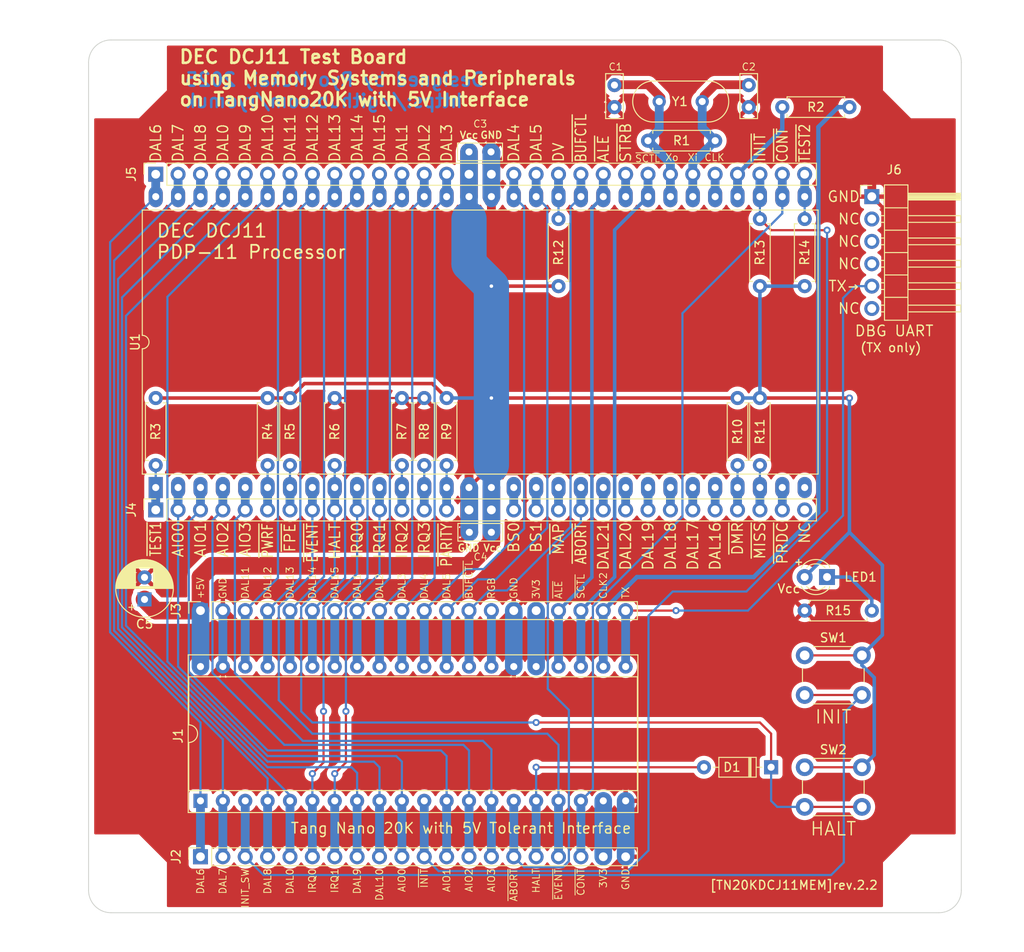
<source format=kicad_pcb>
(kicad_pcb (version 20240108) (generator "pcbnew") (generator_version "8.0")
  (layers (0 "F.Cu" signal) (31 "B.Cu" signal) (34 "B.Paste" user) (35 "F.Paste" user) (36 "B.SilkS" user "B.Silkscreen") (37 "F.SilkS" user "F.Silkscreen") (38 "B.Mask" user) (39 "F.Mask" user) (44 "Edge.Cuts" user))
  (net 0 "")
  (net 1 "GND")
  (net 2 "VCC")
  (net 3 "XTALO")
  (net 4 "XTALI")
  (net 5 "AIO3")
  (net 6 "DAL12")
  (net 7 "DAL14")
  (net 8 "DAL0")
  (net 9 "3V3a")
  (net 10 "DAL13")
  (net 11 "AIO0")
  (net 12 "CLK2_D")
  (net 13 "DAL4")
  (net 14 "AIO2")
  (net 15 "DAL15")
  (net 16 "SCTL_n")
  (net 17 "DAL11")
  (net 18 "DAL3")
  (net 20 "DAL6")
  (net 21 "LED_RGB")
  (net 22 "AIO1")
  (net 23 "DAL7")
  (net 24 "DAL5")
  (net 25 "DAL10")
  (net 28 "DAL9")
  (net 29 "DAL2")
  (net 31 "DAL1")
  (net 32 "ALE_n")
  (net 34 "DAL8")
  (net 35 "BUFCTL_n")
  (net 36 "FPE_n")
  (net 37 "PWRF_n")
  (net 38 "EVENT_n")
  (net 39 "IRQ1")
  (net 40 "BS0")
  (net 41 "HALT")
  (net 42 "DAL17")
  (net 43 "IRQ3")
  (net 44 "DMR_n")
  (net 45 "BS1")
  (net 46 "IRQ0")
  (net 47 "MAP_n")
  (net 48 "DAL16")
  (net 49 "PRDC_n")
  (net 50 "ABORT_n")
  (net 51 "DAL20")
  (net 52 "DAL19")
  (net 53 "TEST1_n")
  (net 54 "DAL21")
  (net 55 "DAL18")
  (net 56 "PARITY_n")
  (net 57 "MISS_n")
  (net 58 "IRQ2")
  (net 59 "Net-(LED1-K)")
  (net 60 "STRB_n")
  (net 61 "DV")
  (net 62 "INIT_n")
  (net 63 "CLK2")
  (net 64 "CLK")
  (net 65 "TEST2_n")
  (net 66 "HALT_DBG")
  (net 67 "INIT_SW")
  (net 69 "CONT_n")
  (net 70 "GPIO_TX")
  (net 71 "3V3b")
  (footprint "000_MyFootprint:MountingHole_3mm" (layer "F.Cu") (at 93.98 93.98)
    (property "Reference" "REF**")
    (property "Value" "MountingHole_3mm")
  )
  (footprint "000_MyFootprint:D_DO-35_SOD27_P7.62mm_Horizontal" (layer "F.Cu") (at 77.47 82.55 180)
    (property "Reference" "D1")
    (property "Value" "1N4148")
  )
  (footprint "000_MyFootprint:R_Axial_DIN0207_L6.3mm_D2.5mm_P7.62mm_Horizontal" (layer "F.Cu") (at 20.32 40.64 -90)
    (property "Reference" "R4")
    (property "Value" "10k")
  )
  (footprint "000_MyFootprint:SW_PUSH_6mm_H4.3mm" (layer "F.Cu") (at 81.28 69.85)
    (property "Reference" "SW1")
    (property "Value" "INIT")
  )
  (footprint "000_MyFootprint:R_Axial_DIN0207_L6.3mm_D2.5mm_P7.62mm_Horizontal" (layer "F.Cu") (at 40.64 40.64 -90)
    (property "Reference" "R9")
    (property "Value" "10k")
  )
  (footprint "000_MyFootprint:R_Axial_DIN0207_L6.3mm_D2.5mm_P7.62mm_Horizontal" (layer "F.Cu") (at 22.86 40.64 -90)
    (property "Reference" "R5")
    (property "Value" "10k")
  )
  (footprint "000_MyFootprint:PinSocket_1x30_P2.54mm_Vertical" (layer "F.Cu") (at 7.62 53.34 90)
    (property "Reference" "J4")
    (property "Value" "Conn_01x30")
  )
  (footprint "000_MyFootprint:R_Axial_DIN0207_L6.3mm_D2.5mm_P7.62mm_Horizontal" (layer "F.Cu") (at 76.2 40.64 -90)
    (property "Reference" "R11")
    (property "Value" "10k")
  )
  (footprint "000_MyFootprint:R_Axial_DIN0207_L6.3mm_D2.5mm_P7.62mm_Horizontal" (layer "F.Cu") (at 81.28 64.77)
    (property "Reference" "R15")
    (property "Value" "100k")
  )
  (footprint "000_MyFootprint:R_Axial_DIN0207_L6.3mm_D2.5mm_P7.62mm_Horizontal" (layer "F.Cu") (at 78.74 7.62)
    (property "Reference" "R2")
    (property "Value" "33")
  )
  (footprint "000_MyFootprint:R_Axial_DIN0207_L6.3mm_D2.5mm_P7.62mm_Horizontal" (layer "F.Cu") (at 53.34 27.94 90)
    (property "Reference" "R12")
    (property "Value" "10k")
  )
  (footprint "000_MyFootprint:PinHeader_1x06_P2.54mm_Horizontal" (layer "F.Cu") (at 88.9 17.78)
    (property "Reference" "J6")
    (property "Value" "DBG UART")
  )
  (footprint "000_MyFootprint:PinSocket_1x20_P2.54mm_Vertical" (layer "F.Cu") (at 12.7 64.77 90)
    (property "Reference" "J3")
    (property "Value" "Conn_01x20")
  )
  (footprint "000_MyFootprint:R_Axial_DIN0207_L6.3mm_D2.5mm_P7.62mm_Horizontal" (layer "F.Cu") (at 35.56 40.64 -90)
    (property "Reference" "R7")
    (property "Value" "10k")
  )
  (footprint "000_MyFootprint:Crystal_HC49-U_Vertical" (layer "F.Cu") (at 69.65 6.985 180)
    (property "Reference" "Y1")
    (property "Value" "18MHz")
  )
  (footprint "000_MyFootprint:LED_D3.0mm" (layer "F.Cu") (at 83.82 60.96 180)
    (property "Reference" "LED1")
    (property "Value" "LED")
  )
  (footprint "000_MyFootprint:C_Disc_D5.0mm_W2.5mm_P2.50mm" (layer "F.Cu") (at 59.69 7.62 90)
    (property "Reference" "C1")
    (property "Value" "68p")
  )
  (footprint "000_MyFootprint:C_Disc_D5.0mm_W2.5mm_P2.50mm" (layer "F.Cu") (at 74.93 7.62 90)
    (property "Reference" "C2")
    (property "Value" "68p")
  )
  (footprint "000_MyFootprint:C_Disc_D5.0mm_W2.5mm_P2.50mm" (layer "F.Cu") (at 45.72 55.88 180)
    (property "Reference" "C4")
    (property "Value" "0.33uF")
  )
  (footprint "000_MyFootprint:R_Axial_DIN0207_L6.3mm_D2.5mm_P7.62mm_Horizontal" (layer "F.Cu") (at 7.62 40.64 -90)
    (property "Reference" "R3")
    (property "Value" "10k")
  )
  (footprint "000_MyFootprint:MountingHole_3mm" (layer "F.Cu") (at 5.08 5.08)
    (property "Reference" "REF**")
    (property "Value" "MountingHole_3mm")
  )
  (footprint "000_MyFootprint:SW_PUSH_6mm_H4.3mm" (layer "F.Cu") (at 81.28 82.55)
    (property "Reference" "SW2")
    (property "Value" "HALT")
  )
  (footprint "000_MyFootprint:R_Axial_DIN0207_L6.3mm_D2.5mm_P7.62mm_Horizontal" (layer "F.Cu") (at 73.66 40.64 -90)
    (property "Reference" "R10")
    (property "Value" "10k")
  )
  (footprint "000_MyFootprint:R_Axial_DIN0207_L6.3mm_D2.5mm_P7.62mm_Horizontal" (layer "F.Cu") (at 63.5 11.43)
    (property "Reference" "R1")
    (property "Value" "1M")
  )
  (footprint "000_MyFootprint:DIP-60_W33.02mm_LongPads" (layer "F.Cu") (at 7.62 50.8 90)
    (property "Reference" "U1")
    (property "Value" "DCJ11")
  )
  (footprint "000_MyFootprint:C_Disc_D5.0mm_W2.5mm_P2.50mm" (layer "F.Cu") (at 43.18 12.7)
    (property "Reference" "C3")
    (property "Value" "0.33uF")
  )
  (footprint "000_MyFootprint:R_Axial_DIN0207_L6.3mm_D2.5mm_P7.62mm_Horizontal" (layer "F.Cu") (at 38.1 40.64 -90)
    (property "Reference" "R8")
    (property "Value" "10k")
  )
  (footprint "000_MyFootprint:R_Axial_DIN0207_L6.3mm_D2.5mm_P7.62mm_Horizontal" (layer "F.Cu") (at 27.94 40.64 -90)
    (property "Reference" "R6")
    (property "Value" "10k")
  )
  (footprint "000_MyFootprint:DIP-40_W15.24mm_Socket" (layer "F.Cu") (at 12.7 86.36 90)
    (property "Reference" "J1")
    (property "Value" "TangNano20K5VInterface")
  )
  (footprint "000_MyFootprint:R_Axial_DIN0207_L6.3mm_D2.5mm_P7.62mm_Horizontal" (layer "F.Cu") (at 81.28 27.94 90)
    (property "Reference" "R14")
    (property "Value" "10k")
  )
  (footprint "000_MyFootprint:PinSocket_1x20_P2.54mm_Vertical" (layer "F.Cu") (at 12.7 92.71 90)
    (property "Reference" "J2")
    (property "Value" "Conn_01x20")
  )
  (footprint "000_MyFootprint:MountingHole_3mm" (layer "F.Cu") (at 5.08 93.98)
    (property "Reference" "REF**")
    (property "Value" "MountingHole_3mm")
  )
  (footprint "000_MyFootprint:CP_Radial_D6.3mm_P2.50mm" (layer "F.Cu") (at 6.35 63.5 90)
    (property "Reference" "C5")
    (property "Value" "47uF")
  )
  (footprint "000_MyFootprint:R_Axial_DIN0207_L6.3mm_D2.5mm_P7.62mm_Horizontal" (layer "F.Cu") (at 76.2 27.94 90)
    (property "Reference" "R13")
    (property "Value" "10k")
  )
  (footprint "000_MyFootprint:PinSocket_1x30_P2.54mm_Vertical" (layer "F.Cu") (at 7.62 15.24 90)
    (property "Reference" "J5")
    (property "Value" "Conn_01x30")
  )
  (footprint "000_MyFootprint:MountingHole_3mm" (layer "F.Cu") (at 93.98 5.08)
    (property "Reference" "REF**")
    (property "Value" "MountingHole_3mm")
  )
  (gr_line (start 2.54 0) (end 96.52 0) (stroke (width 0.1)) (layer "Edge.Cuts"))
  (gr_arc (start 2.54 99.06) (mid 0.743949 98.316051) (end 0 96.52) (stroke (width 0.1)) (layer "Edge.Cuts"))
  (gr_arc (start 96.52 0) (mid 98.316051 0.743949) (end 99.06 2.54) (stroke (width 0.1)) (layer "Edge.Cuts"))
  (gr_line (start 99.06 2.54) (end 99.06 96.52) (stroke (width 0.1)) (layer "Edge.Cuts"))
  (gr_arc (start 0 2.54) (mid 0.743949 0.743949) (end 2.54 0) (stroke (width 0.1)) (layer "Edge.Cuts"))
  (gr_line (start 0 96.52) (end 0 2.54) (stroke (width 0.1)) (layer "Edge.Cuts"))
  (gr_arc (start 99.06 96.52) (mid 98.316051 98.316051) (end 96.52 99.06) (stroke (width 0.1)) (layer "Edge.Cuts"))
  (gr_line (start 96.52 99.06) (end 2.54 99.06) (stroke (width 0.1)) (layer "Edge.Cuts"))
  (gr_text "Designed by Ryo Mukai, 2025\nhttps://github.com/ryomuk" (at 10.795 5.715 0) (layer "B.Cu") (effects (font (size 1.5 1.5) (thickness 0.3) (bold yes)) (justify right mirror)))
  (gr_text "IRQ0" (at 25.4 93.98 90) (layer "F.SilkS") (effects (font (size 0.8 0.8) (thickness 0.1)) (justify right)))
  (gr_text "DAL0" (at 22.86 93.98 90) (layer "F.SilkS") (effects (font (size 0.8 0.8) (thickness 0.1)) (justify right)))
  (gr_text "~{CONT}" (at 78.74 13.97 90) (layer "F.SilkS") (effects (font (size 1.2 1)) (justify left)))
  (gr_text "3V3" (at 58.42 93.98 90) (layer "F.SilkS") (effects (font (size 0.8 0.8) (thickness 0.1)) (justify right)))
  (gr_text "~{SCTL}" (at 55.88 63.5 90) (layer "F.SilkS") (effects (font (size 0.8 0.8) (thickness 0.1)) (justify left)))
  (gr_text "DAL1" (at 35.56 13.97 90) (layer "F.SilkS") (effects (font (size 1.2 1.2)) (justify left)))
  (gr_text "DAL2" (at 38.1 13.97 90) (layer "F.SilkS") (effects (font (size 1.2 1.2)) (justify left)))
  (gr_text "IRQ2" (at 35.56 54.61 90) (layer "F.SilkS") (effects (font (size 1.2 1.2)) (justify right)))
  (gr_text "NC" (at 87.63 30.48 0) (layer "F.SilkS") (effects (font (size 1.2 1.2)) (justify right)))
  (gr_text "~{BUFCTL}" (at 55.88 13.97 90) (layer "F.SilkS") (effects (font (size 1.2 1)) (justify left)))
  (gr_text "AIO0" (at 35.56 93.98 90) (layer "F.SilkS") (effects (font (size 0.8 0.8) (thickness 0.1)) (justify right)))
  (gr_text "INIT_SW" (at 17.78 93.98 90) (layer "F.SilkS") (effects (font (size 0.8 0.8) (thickness 0.1)) (justify right)))
  (gr_text "~{EVENT}" (at 53.34 93.98 90) (layer "F.SilkS") (effects (font (size 0.8 0.8) (thickness 0.1)) (justify right)))
  (gr_text "~{TEST1}" (at 7.62 54.61 90) (layer "F.SilkS") (effects (font (size 1.2 0.9)) (justify right)))
  (gr_text "TX" (at 60.96 63.5 90) (layer "F.SilkS") (effects (font (size 0.8 0.8) (thickness 0.1)) (justify left)))
  (gr_text "~{DMR}" (at 73.66 54.61 90) (layer "F.SilkS") (effects (font (size 1.2 1.2)) (justify right)))
  (gr_text "IRQ1" (at 27.94 93.98 90) (layer "F.SilkS") (effects (font (size 0.8 0.8) (thickness 0.1)) (justify right)))
  (gr_text "TX→" (at 87.63 27.94 0) (layer "F.SilkS") (effects (font (size 1.2 1.2)) (justify right)))
  (gr_text "IRQ0" (at 30.48 54.61 90) (layer "F.SilkS") (effects (font (size 1.2 1.2)) (justify right)))
  (gr_text "DAL2" (at 33.02 63.5 90) (layer "F.SilkS") (effects (font (size 0.8 0.8) (thickness 0.1)) (justify left)))
  (gr_text "+5V" (at 12.7 63.5 90) (layer "F.SilkS") (effects (font (size 0.8 0.8) (thickness 0.1)) (justify left)))
  (gr_text "~{MISS}" (at 76.2 54.61 90) (layer "F.SilkS") (effects (font (size 1.2 1.2)) (justify right)))
  (gr_text "AIO2" (at 43.18 93.98 90) (layer "F.SilkS") (effects (font (size 0.8 0.8) (thickness 0.1)) (justify right)))
  (gr_text "DAL11" (at 17.78 63.5 90) (layer "F.SilkS") (effects (font (size 0.8 0.8) (thickness 0.1)) (justify left)))
  (gr_text "~{TEST2}" (at 81.28 13.97 90) (layer "F.SilkS") (effects (font (size 1.2 1)) (justify left)))
  (gr_text "DAL17" (at 68.58 54.61 90) (layer "F.SilkS") (effects (font (size 1.2 1.2)) (justify right)))
  (gr_text "~{PARITY}" (at 40.64 54.737 90) (layer "F.SilkS") (effects (font (size 1.2 1)) (justify right)))
  (gr_text "DAL15" (at 33.02 13.97 90) (layer "F.SilkS") (effects (font (size 1.2 1.2)) (justify left)))
  (gr_text "~{PWRF}" (at 20.32 54.737 90) (layer "F.SilkS") (effects (font (size 1.2 1)) (justify right)))
  (gr_text "DAL13" (at 27.94 13.97 90) (layer "F.SilkS") (effects (font (size 1.2 1.2)) (justify left)))
  (gr_text "DAL13" (at 22.86 63.5 90) (layer "F.SilkS") (effects (font (size 0.8 0.8) (thickness 0.1)) (justify left)))
  (gr_text "~{STRB}" (at 60.96 13.97 90) (layer "F.SilkS") (effects (font (size 1.2 1.2)) (justify left)))
  (gr_text "NC" (at 87.63 22.86 0) (layer "F.SilkS") (effects (font (size 1.2 1.2)) (justify right)))
  (gr_text "DAL3" (at 40.64 13.97 90) (layer "F.SilkS") (effects (font (size 1.2 1.2)) (justify left)))
  (gr_text "BS0" (at 48.26 54.61 90) (layer "F.SilkS") (effects (font (size 1.2 1.2)) (justify right)))
  (gr_text "GND" (at 44.45 57.658 0) (layer "F.SilkS") (effects (font (size 0.8 0.8)) (justify right)))
  (gr_text "DAL10" (at 33.02 93.98 90) (layer "F.SilkS") (effects (font (size 0.8 0.8) (thickness 0.1)) (justify right)))
  (gr_text "DAL16" (at 71.12 54.61 90) (layer "F.SilkS") (effects (font (size 1.2 1.2)) (justify right)))
  (gr_text "DAL12" (at 25.4 13.97 90) (layer "F.SilkS") (effects (font (size 1.2 1.2)) (justify left)))
  (gr_text "DAL8" (at 12.7 13.97 90) (layer "F.SilkS") (effects (font (size 1.2 1.2)) (justify left)))
  (gr_text "DAL21" (at 58.42 54.61 90) (layer "F.SilkS") (effects (font (size 1.2 1.2)) (justify right)))
  (gr_text "DAL15" (at 27.94 63.5 90) (layer "F.SilkS") (effects (font (size 0.8 0.8) (thickness 0.1)) (justify left)))
  (gr_text "~{ALE}" (at 58.42 13.97 90) (layer "F.SilkS") (effects (font (size 1.2 1.2)) (justify left)))
  (gr_text "DAL14" (at 25.4 63.5 90) (layer "F.SilkS") (effects (font (size 0.8 0.8) (thickness 0.1)) (justify left)))
  (gr_text "~{INIT}" (at 38.1 93.98 90) (layer "F.SilkS") (effects (font (size 0.8 0.8) (thickness 0.1)) (justify right)))
  (gr_text "NC" (at 87.63 25.4 0) (layer "F.SilkS") (effects (font (size 1.2 1.2)) (justify right)))
  (gr_text "~{SCTL}" (at 61.976 13.462 0) (layer "F.SilkS") (effects (font (size 0.8 0.8) (thickness 0.1)) (justify left)))
  (gr_text "DAL6" (at 12.7 93.98 90) (layer "F.SilkS") (effects (font (size 0.8 0.8) (thickness 0.1)) (justify right)))
  (gr_text "HALT" (at 27.94 54.737 90) (layer "F.SilkS") (effects (font (size 1.2 1.2)) (justify right)))
  (gr_text "AIO1" (at 12.7 54.61 90) (layer "F.SilkS") (effects (font (size 1.2 1.2)) (justify right)))
  (gr_text "DAL20" (at 60.96 54.61 90) (layer "F.SilkS") (effects (font (size 1.2 1.2)) (justify right)))
  (gr_text "DAL19" (at 63.5 54.61 90) (layer "F.SilkS") (effects (font (size 1.2 1.2)) (justify right)))
  (gr_text "AIO3" (at 45.72 93.98 90) (layer "F.SilkS") (effects (font (size 0.8 0.8) (thickness 0.1)) (justify right)))
  (gr_text "+" (at 80.01 59.69 0) (layer "F.SilkS") (effects (font (size 0.8 0.8)) (justify left bottom)))
  (gr_text "GND" (at 87.63 17.78 0) (layer "F.SilkS") (effects (font (size 1.2 1.2)) (justify right)))
  (gr_text "Vcc" (at 43.18 10.795 0) (layer "F.SilkS") (effects (font (size 0.8 0.8))))
  (gr_text "AIO0" (at 10.16 54.61 90) (layer "F.SilkS") (effects (font (size 1.2 1.2)) (justify right)))
  (gr_text "(TX only)" (at 94.615 34.925 0) (layer "F.SilkS") (effects (font (size 1 1)) (justify right)))
  (gr_text "~{ABORT}" (at 48.26 93.98 90) (layer "F.SilkS") (effects (font (size 0.8 0.8) (thickness 0.1)) (justify right)))
  (gr_text "AIO2" (at 15.24 54.61 90) (layer "F.SilkS") (effects (font (size 1.2 1.2)) (justify right)))
  (gr_text "CLK" (at 69.85 13.335 0) (layer "F.SilkS") (effects (font (size 0.8 0.8) (thickness 0.1)) (justify left)))
  (gr_text "DEC DCJ11 Test Board\nusing Memory Systems and Peripherals\non TangNano20K with 5V Interface" (at 10.16 7.62 0) (layer "F.SilkS") (effects (font (size 1.5 1.5) (thickness 0.3) (bold yes)) (justify left bottom)))
  (gr_text "IRQ1" (at 33.02 54.61 90) (layer "F.SilkS") (effects (font (size 1.2 1.2)) (justify right)))
  (gr_text "Xi" (at 67.945 13.335 0) (layer "F.SilkS") (effects (font (size 0.8 0.8) (thickness 0.1)) (justify left)))
  (gr_text "DAL4" (at 48.26 13.97 90) (layer "F.SilkS") (effects (font (size 1.2 1.2)) (justify left)))
  (gr_text "~{CONT}" (at 55.88 93.98 90) (layer "F.SilkS") (effects (font (size 0.8 0.8) (thickness 0.1)) (justify right)))
  (gr_text "Xo" (at 65.405 13.335 0) (layer "F.SilkS") (effects (font (size 0.8 0.8) (thickness 0.1)) (justify left)))
  (gr_text "~{ALE}" (at 53.34 63.5 90) (layer "F.SilkS") (effects (font (size 0.8 0.8) (thickness 0.1)) (justify left)))
  (gr_text "RGB" (at 45.72 63.5 90) (layer "F.SilkS") (effects (font (size 0.8 0.8) (thickness 0.1)) (justify left)))
  (gr_text "DAL5" (at 50.8 13.97 90) (layer "F.SilkS") (effects (font (size 1.2 1.2)) (justify left)))
  (gr_text "DAL1" (at 30.48 63.5 90) (layer "F.SilkS") (effects (font (size 0.8 0.8) (thickness 0.1)) (justify left)))
  (gr_text "NC" (at 81.28 54.61 90) (layer "F.SilkS") (effects (font (size 1.2 1.2)) (justify right)))
  (gr_text "HALT" (at 50.8 93.98 90) (layer "F.SilkS") (effects (font (size 0.8 0.8) (thickness 0.1)) (justify right)))
  (gr_text "Tang Nano 20K with 5V Tolerant Interface" (at 22.86 90.17 0) (layer "F.SilkS") (effects (font (size 1.2 1.2)) (justify left bottom)))
  (gr_text "DAL18" (at 66.04 54.61 90) (layer "F.SilkS") (effects (font (size 1.2 1.2)) (justify right)))
  (gr_text "DAL9" (at 17.78 13.97 90) (layer "F.SilkS") (effects (font (size 1.2 1.2)) (justify left)))
  (gr_text "NC" (at 87.63 20.32 0) (layer "F.SilkS") (effects (font (size 1.2 1.2)) (justify right)))
  (gr_text "DEC DCJ11\nPDP-11 Processor\n" (at 7.62 22.86 0) (layer "F.SilkS") (effects (font (size 1.5 1.5) (thickness 0.2)) (justify left)))
  (gr_text "~{PRDC}" (at 78.74 54.61 90) (layer "F.SilkS") (effects (font (size 1.2 1.2)) (justify right)))
  (gr_text "DAL9" (at 30.48 93.98 90) (layer "F.SilkS") (effects (font (size 0.8 0.8) (thickness 0.1)) (justify right)))
  (gr_text "AIO3" (at 17.78 54.61 90) (layer "F.SilkS") (effects (font (size 1.2 1.2)) (justify right)))
  (gr_text "~{ABORT}" (at 55.88 54.737 90) (layer "F.SilkS") (effects (font (size 1.2 1)) (justify right)))
  (gr_text "DV" (at 53.34 13.97 90) (layer "F.SilkS") (effects (font (size 1.2 1.2)) (justify left)))
  (gr_text "DAL0" (at 15.24 13.97 90) (layer "F.SilkS") (effects (font (size 1.2 1.2)) (justify left)))
  (gr_text "DAL3" (at 35.56 63.5 90) (layer "F.SilkS") (effects (font (size 0.8 0.8) (thickness 0.1)) (justify left)))
  (gr_text "GND" (at 48.26 63.5 90) (layer "F.SilkS") (effects (font (size 0.8 0.8) (thickness 0.1)) (justify left)))
  (gr_text "DAL10" (at 20.32 13.97 90) (layer "F.SilkS") (effects (font (size 1.2 1.2)) (justify left)))
  (gr_text "DAL11" (at 22.86 13.97 90) (layer "F.SilkS") (effects (font (size 1.2 1.2)) (justify left)))
  (gr_text "~{INIT}" (at 76.2 13.97 90) (layer "F.SilkS") (effects (font (size 1.2 1.2)) (justify left)))
  (gr_text "Vcc" (at 46.99 57.658 0) (layer "F.SilkS") (effects (font (size 0.8 0.8)) (justify right)))
  (gr_text "CLK2" (at 58.42 63.5 90) (layer "F.SilkS") (effects (font (size 0.8 0.8) (thickness 0.1)) (justify left)))
  (gr_text "[TN20KDCJ11MEM]rev.2.2" (at 89.662 96.52 0) (layer "F.SilkS") (effects (font (size 1 1)) (justify right bottom)))
  (gr_text "Vcc" (at 78.105 62.865 0) (layer "F.SilkS") (effects (font (size 1 1)) (justify left bottom)))
  (gr_text "3V3" (at 50.8 63.5 90) (layer "F.SilkS") (effects (font (size 0.8 0.8) (thickness 0.1)) (justify left)))
  (gr_text "DAL7" (at 10.16 13.97 90) (layer "F.SilkS") (effects (font (size 1.2 1.2)) (justify left)))
  (gr_text "DAL12" (at 20.32 63.5 90) (layer "F.SilkS") (effects (font (size 0.8 0.8) (thickness 0.1)) (justify left)))
  (gr_text "DAL7" (at 15.24 93.98 90) (layer "F.SilkS") (effects (font (size 0.8 0.8) (thickness 0.1)) (justify right)))
  (gr_text "~{MAP}" (at 53.34 54.737 90) (layer "F.SilkS") (effects (font (size 1.2 1.2)) (justify right)))
  (gr_text "GND" (at 45.72 10.795 0) (layer "F.SilkS") (effects (font (size 0.8 0.8))))
  (gr_text "IRQ3" (at 38.1 54.61 90) (layer "F.SilkS") (effects (font (size 1.2 1.2)) (justify right)))
  (gr_text "AIO1" (at 40.64 93.98 90) (layer "F.SilkS") (effects (font (size 0.8 0.8) (thickness 0.1)) (justify right)))
  (gr_text "GND" (at 60.96 93.98 90) (layer "F.SilkS") (effects (font (size 0.8 0.8) (thickness 0.1)) (justify right)))
  (gr_text "~{BUFCTL}" (at 43.18 63.5 90) (layer "F.SilkS") (effects (font (size 0.8 0.8) (thickness 0.1)) (justify left)))
  (gr_text "DAL4" (at 38.1 63.5 90) (layer "F.SilkS") (effects (font (size 0.8 0.8) (thickness 0.1)) (justify left)))
  (gr_text "DAL6" (at 7.62 13.97 90) (layer "F.SilkS") (effects (font (size 1.2 1.2)) (justify left)))
  (gr_text "DAL8" (at 20.32 93.98 90) (layer "F.SilkS") (effects (font (size 0.8 0.8) (thickness 0.1)) (justify right)))
  (gr_text "~{FPE}" (at 22.86 54.737 90) (layer "F.SilkS") (effects (font (size 1.2 1.2)) (justify right)))
  (gr_text "DAL14" (at 30.48 13.97 90) (layer "F.SilkS") (effects (font (size 1.2 1.2)) (justify left)))
  (gr_text "DAL5" (at 40.64 63.5 90) (layer "F.SilkS") (effects (font (size 0.8 0.8) (thickness 0.1)) (justify left)))
  (gr_text "~{EVENT}" (at 25.4 54.737 90) (layer "F.SilkS") (effects (font (size 1.2 1)) (justify right)))
  (gr_text "GND" (at 15.24 63.5 90) (layer "F.SilkS") (effects (font (size 0.8 0.8) (thickness 0.1)) (justify left)))
  (gr_text "BS1" (at 50.8 54.61 90) (layer "F.SilkS") (effects (font (size 1.2 1.2)) (justify right)))
  (segment (start 45.68 5.21863) (end 44.90637 4.445) (width 1) (layer "F.Cu") (net 1))
  (segment (start 44.90637 4.445) (end 12.827 4.445) (width 1) (layer "F.Cu") (net 1))
  (segment (start 2.032 60.96) (end 2.032 55.372) (width 1) (layer "F.Cu") (net 1))
  (segment (start 43.18 43.18) (end 43.18 23.368) (width 1) (layer "F.Cu") (net 1))
  (segment (start 76.13 6.42) (end 76.13 4.622943) (width 0.4) (layer "F.Cu") (net 1))
  (segment (start 48.26 71.12) (end 46.76 72.62) (width 1) (layer "F.Cu") (net 1))
  (segment (start 45.68 12.7) (end 45.68 6.35) (width 1) (layer "F.Cu") (net 1))
  (segment (start 49.51 49.952944) (end 48.757056 49.2) (width 0.4) (layer "F.Cu") (net 1))
  (segment (start 38.1 40.64) (end 35.56 40.64) (width 0.25) (layer "F.Cu") (net 1))
  (segment (start 60.96 92.71) (end 86.639899 92.71) (width 0.4) (layer "F.Cu") (net 1))
  (segment (start 43.18 23.368) (end 45.72 20.828) (width 1) (layer "F.Cu") (net 1))
  (segment (start 46.71 66.32) (end 16.79 66.32) (width 1) (layer "F.Cu") (net 1))
  (segment (start 5.17863 60.96) (end 2.032 60.96) (width 1) (layer "F.Cu") (net 1))
  (segment (start 88.9 8.038679) (end 88.9 17.78) (width 1) (layer "F.Cu") (net 1))
  (segment (start 90.17 89.179899) (end 90.17 19.05) (width 0.4) (layer "F.Cu") (net 1))
  (segment (start 43.18 55.84) (end 43.22 55.88) (width 2) (layer "F.Cu") (net 1))
  (segment (start 74.93 7.62) (end 76.13 6.42) (width 0.4) (layer "F.Cu") (net 1))
  (segment (start 44.78 49.2) (end 43.18 50.8) (width 0.4) (layer "F.Cu") (net 1))
  (segment (start 57.658 96.012) (end 60.96 92.71) (width 1) (layer "F.Cu") (net 1))
  (segment (start 12.827 4.445) (end 2.032 15.24) (width 1) (layer "F.Cu") (net 1))
  (segment (start 2.032 55.372) (end 2.032 43.18) (width 1) (layer "F.Cu") (net 1))
  (segment (start 40.64 43.18) (end 43.18 43.18) (width 0.25) (layer "F.Cu") (net 1))
  (segment (start 76.13 4.622943) (end 75.317057 3.81) (width 0.4) (layer "F.Cu") (net 1))
  (segment (start 38.1 40.64) (end 40.64 43.18) (width 0.25) (layer "F.Cu") (net 1))
  (segment (start 48.26 64.77) (end 46.71 66.32) (width 1) (layer "F.Cu") (net 1))
  (segment (start 90.17 19.05) (end 88.9 17.78) (width 0.4) (layer "F.Cu") (net 1))
  (segment (start 58.42 4.692943) (end 58.42 6.35) (width 0.4) (layer "F.Cu") (net 1))
  (segment (start 2.032 43.18) (end 2.032 15.24) (width 1) (layer "F.Cu") (net 1))
  (segment (start 81.28 64.77) (end 80.03 63.52) (width 0.4) (layer "F.Cu") (net 1))
  (segment (start 46.95 7.62) (end 59.69 7.62) (width 1) (layer "F.Cu") (net 1))
  (segment (start 10.16 96.012) (end 57.658 96.012) (width 1) (layer "F.Cu") (net 1))
  (segment (start 16.79 66.32) (end 15.24 64.77) (width 1) (layer "F.Cu") (net 1))
  (segment (start 10.16 88.9) (end 10.16 96.012) (width 1) (layer "F.Cu") (net 1))
  (segment (start 4.548 72.62) (end 2.032 70.104) (width 1) (layer "F.Cu") (net 1))
  (segment (start 13.74 72.62) (end 4.548 72.62) (width 1) (layer "F.Cu") (net 1))
  (segment (start 45.72 17.78) (end 45.72 12.74) (width 2) (layer "F.Cu") (net 1))
  (segment (start 80.03 63.52) (end 49.51 63.52) (width 0.4) (layer "F.Cu") (net 1))
  (segment (start 35.56 40.64) (end 27.94 40.64) (width 0.25) (layer "F.Cu") (net 1))
  (segment (start 49.51 63.52) (end 48.26 64.77) (width 0.4) (layer "F.Cu") (net 1))
  (segment (start 45.72 20.828) (end 45.72 17.78) (width 1) (layer "F.Cu") (net 1))
  (segment (start 46.76 72.62) (end 16.74 72.62) (width 1) (layer "F.Cu") (net 1))
  (segment (start 43.22 55.88) (end 2.54 55.88) (width 1) (layer "F.Cu") (net 1))
  (segment (start 4.548 72.62) (end 4.548 83.288) (width 1) (layer "F.Cu") (net 1))
  (segment (start 25.4 43.18) (end 2.032 43.18) (width 0.25) (layer "F.Cu") (net 1))
  (segment (start 43.18 50.8) (end 43.18 55.84) (width 2) (layer "F.Cu") (net 1))
  (segment (start 48.757056 49.2) (end 44.78 49.2) (width 0.4) (layer "F.Cu") (net 1))
  (segment (start 45.68 6.35) (end 46.95 7.62) (width 1) (layer "F.Cu") (net 1))
  (segment (start 43.18 50.8) (end 43.18 43.18) (width 1) (layer "F.Cu") (net 1))
  (segment (start 86.639899 92.71) (end 90.17 89.179899) (width 0.4) (layer "F.Cu") (net 1))
  (segment (start 59.302943 3.81) (end 58.42 4.692943) (width 0.4) (layer "F.Cu") (net 1))
  (segment (start 15.24 71.12) (end 13.74 72.62) (width 1) (layer "F.Cu") (net 1))
  (segment (start 58.42 6.35) (end 59.69 7.62) (width 0.4) (layer "F.Cu") (net 1))
  (segment (start 4.548 83.288) (end 10.16 88.9) (width 1) (layer "F.Cu") (net 1))
  (segment (start 86.981321 6.12) (end 88.9 8.038679) (width 1) (layer "F.Cu") (net 1))
  (segment (start 5.21863 61) (end 5.17863 60.96) (width 1) (layer "F.Cu") (net 1))
  (segment (start 27.94 40.64) (end 25.4 43.18) (width 0.25) (layer "F.Cu") (net 1))
  (segment (start 45.68 6.35) (end 45.68 5.21863) (width 1) (layer "F.Cu") (net 1))
  (segment (start 45.72 12.74) (end 45.68 12.7) (width 2) (layer "F.Cu") (net 1))
  (segment (start 74.93 7.62) (end 76.43 6.12) (width 1) (layer "F.Cu") (net 1))
  (segment (start 76.43 6.12) (end 86.981321 6.12) (width 1) (layer "F.Cu") (net 1))
  (segment (start 16.74 72.62) (end 15.24 71.12) (width 1) (layer "F.Cu") (net 1))
  (segment (start 75.317057 3.81) (end 59.302943 3.81) (width 0.4) (layer "F.Cu") (net 1))
  (segment (start 6.35 61) (end 5.21863 61) (width 1) (layer "F.Cu") (net 1))
  (segment (start 49.51 63.52) (end 49.51 49.952944) (width 0.4) (layer "F.Cu") (net 1))
  (segment (start 2.54 55.88) (end 2.032 55.372) (width 1) (layer "F.Cu") (net 1))
  (segment (start 2.032 70.104) (end 2.032 60.96) (width 1) (layer "F.Cu") (net 1))
  (segment (start 43.22 50.84) (end 43.18 50.8) (width 2) (layer "B.Cu") (net 1))
  (segment (start 48.26 71.12) (end 48.26 64.77) (width 2) (layer "B.Cu") (net 1))
  (segment (start 45.72 12.74) (end 45.68 12.7) (width 2) (layer "B.Cu") (net 1))
  (segment (start 15.24 64.77) (end 15.24 71.12) (width 1) (layer "B.Cu") (net 1))
  (segment (start 60.96 92.71) (end 60.96 86.36) (width 2) (layer "B.Cu") (net 1))
  (segment (start 43.22 55.88) (end 43.22 50.84) (width 2) (layer "B.Cu") (net 1))
  (segment (start 45.72 17.78) (end 45.72 12.74) (width 2) (layer "B.Cu") (net 1))
  (segment (start 43.18 12.7) (end 43.18 17.78) (width 2) (layer "F.Cu") (net 2))
  (segment (start 7.62 64.77) (end 6.35 63.5) (width 2) (layer "F.Cu") (net 2))
  (segment (start 22.86 40.64) (end 20.32 40.64) (width 0.4) (layer "F.Cu") (net 2))
  (segment (start 24.5 39) (end 22.86 40.64) (width 0.4) (layer "F.Cu") (net 2))
  (segment (start 40.64 40.64) (end 39 39) (width 0.4) (layer "F.Cu") (net 2))
  (segment (start 12.7 64.77) (end 7.62 64.77) (width 2) (layer "F.Cu") (net 2))
  (segment (start 39 39) (end 24.5 39) (width 0.4) (layer "F.Cu") (net 2))
  (segment (start 12.7 60.96) (end 13.97 59.69) (width 2) (layer "F.Cu") (net 2))
  (segment (start 45.72 55.88) (end 45.72 50.8) (width 2) (layer "F.Cu") (net 2))
  (segment (start 12.7 64.77) (end 12.7 60.96) (width 2) (layer "F.Cu") (net 2))
  (segment (start 86.36 40.64) (end 76.2 40.64) (width 0.4) (layer "F.Cu") (net 2))
  (segment (start 20.32 40.64) (end 7.62 40.64) (width 0.4) (layer "F.Cu") (net 2))
  (segment (start 53.34 27.94) (end 45.72 27.94) (width 0.4) (layer "F.Cu") (net 2))
  (segment (start 81.28 82.55) (end 87.78 82.55) (width 0.25) (layer "F.Cu") (net 2))
  (segment (start 13.97 59.69) (end 43.04137 59.69) (width 2) (layer "F.Cu") (net 2))
  (segment (start 45.72 57.01137) (end 45.72 55.88) (width 2) (layer "F.Cu") (net 2))
  (segment (start 81.28 69.85) (end 87.78 69.85) (width 0.25) (layer "F.Cu") (net 2))
  (segment (start 73.66 40.64) (end 45.72 40.64) (width 0.4) (layer "F.Cu") (net 2))
  (segment (start 43.04137 59.69) (end 45.72 57.01137) (width 2) (layer "F.Cu") (net 2))
  (via (at 45.72 40.64) (size 0.8) (drill 0.4) (layers "F.Cu" "B.Cu") (net 2))
  (via (at 86.36 40.64) (size 0.8) (drill 0.4) (layers "F.Cu" "B.Cu") (net 2))
  (via (at 45.72 27.94) (size 0.8) (drill 0.4) (layers "F.Cu" "B.Cu") (net 2))
  (segment (start 45.72 40.64) (end 40.64 40.64) (width 0.4) (layer "B.Cu") (net 2))
  (segment (start 45.72 50.8) (end 45.72 49.53) (width 2) (layer "B.Cu") (net 2))
  (segment (start 76.2 40.64) (end 73.66 40.64) (width 0.4) (layer "B.Cu") (net 2))
  (segment (start 87.78 69.85) (end 87.78 70.97) (width 0.4) (layer "B.Cu") (net 2))
  (segment (start 81.28 27.94) (end 76.2 27.94) (width 0.4) (layer "B.Cu") (net 2))
  (segment (start 76.2 27.94) (end 76.2 40.64) (width 0.4) (layer "B.Cu") (net 2))
  (segment (start 45.72 50.8) (end 45.72 55.88) (width 2) (layer "B.Cu") (net 2))
  (segment (start 43.18 17.78) (end 43.18 12.7) (width 2) (layer "B.Cu") (net 2))
  (segment (start 81.28 60.96) (end 86.36 55.88) (width 0.4) (layer "B.Cu") (net 2))
  (segment (start 90.1 67.53) (end 87.78 69.85) (width 0.4) (layer "B.Cu") (net 2))
  (segment (start 12.7 71.12) (end 12.7 64.77) (width 2) (layer "B.Cu") (net 2))
  (segment (start 45.72 48.26) (end 45.72 40.64) (width 4) (layer "B.Cu") (net 2))
  (segment (start 87.78 70.97) (end 89.18 72.37) (width 0.4) (layer "B.Cu") (net 2))
  (segment (start 86.36 55.88) (end 86.36 40.64) (width 0.4) (layer "B.Cu") (net 2))
  (segment (start 89.18 81.15) (end 87.78 82.55) (width 0.4) (layer "B.Cu") (net 2))
  (segment (start 86.36 55.88) (end 90.1 59.62) (width 0.4) (layer "B.Cu") (net 2))
  (segment (start 89.18 72.37) (end 89.18 81.15) (width 0.4) (layer "B.Cu") (net 2))
  (segment (start 43.18 25.4) (end 43.18 20.32) (width 4) (layer "B.Cu") (net 2))
  (segment (start 45.72 49.53) (end 45.72 48.26) (width 2) (layer "B.Cu") (net 2))
  (segment (start 45.72 40.64) (end 45.72 27.94) (width 4) (layer "B.Cu") (net 2))
  (segment (start 45.72 27.94) (end 43.18 25.4) (width 4) (layer "B.Cu") (net 2))
  (segment (start 90.1 59.62) (end 90.1 67.53) (width 0.4) (layer "B.Cu") (net 2))
  (segment (start 43.18 17.78) (end 43.18 20.32) (width 2) (layer "B.Cu") (net 2))
  (segment (start 64.97 6.55) (end 63.5 5.08) (width 1) (layer "F.Cu") (net 3))
  (segment (start 63.5 5.08) (end 59.73 5.08) (width 1) (layer "F.Cu") (net 3))
  (segment (start 66.04 15.24) (end 66.04 17.78) (width 1) (layer "B.Cu") (net 3))
  (segment (start 66.04 13.97) (end 63.5 11.43) (width 1) (layer "B.Cu") (net 3))
  (segment (start 66.04 15.24) (end 66.04 13.97) (width 1) (layer "B.Cu") (net 3))
  (segment (start 64.77 10.16) (end 63.5 11.43) (width 1) (layer "B.Cu") (net 3))
  (segment (start 64.77 6.985) (end 64.77 10.16) (width 1) (layer "B.Cu") (net 3))
  (segment (start 71.12 5.08) (end 74.89 5.08) (width 1) (layer "F.Cu") (net 4))
  (segment (start 69.85 6.35) (end 71.12 5.08) (width 1) (layer "F.Cu") (net 4))
  (segment (start 68.58 15.24) (end 68.58 17.78) (width 1) (layer "B.Cu") (net 4))
  (segment (start 68.58 13.97) (end 71.12 11.43) (width 1) (layer "B.Cu") (net 4))
  (segment (start 69.65 9.96) (end 71.12 11.43) (width 1) (layer "B.Cu") (net 4))
  (segment (start 68.58 15.24) (end 68.58 13.97) (width 1) (layer "B.Cu") (net 4))
  (segment (start 69.65 6.985) (end 69.65 9.96) (width 1) (layer "B.Cu") (net 4))
  (segment (start 16.605 54.515) (end 16.605 71.85) (width 0.25) (layer "B.Cu") (net 5))
  (segment (start 45.72 86.36) (end 45.72 92.71) (width 1) (layer "B.Cu") (net 5))
  (segment (start 17.78 53.34) (end 16.605 54.515) (width 0.25) (layer "B.Cu") (net 5))
  (segment (start 17.78 50.8) (end 17.78 53.34) (width 1) (layer "B.Cu") (net 5))
  (segment (start 16.605 71.85) (end 24.315 79.56) (width 0.25) (layer "B.Cu") (net 5))
  (segment (start 44.762 79.56) (end 45.72 80.518) (width 0.25) (layer "B.Cu") (net 5))
  (segment (start 24.315 79.56) (end 44.762 79.56) (width 0.25) (layer "B.Cu") (net 5))
  (segment (start 45.72 80.518) (end 45.72 86.36) (width 0.25) (layer "B.Cu") (net 5))
  (segment (start 24.035 61.055) (end 24.035 19.145) (width 0.25) (layer "B.Cu") (net 6))
  (segment (start 24.035 19.145) (end 25.4 17.78) (width 0.25) (layer "B.Cu") (net 6))
  (segment (start 25.4 15.24) (end 25.4 17.78) (width 1) (layer "B.Cu") (net 6))
  (segment (start 20.32 64.77) (end 20.32 71.12) (width 1) (layer "B.Cu") (net 6))
  (segment (start 20.32 64.77) (end 24.035 61.055) (width 0.25) (layer "B.Cu") (net 6))
  (segment (start 29.115 61.055) (end 29.115 19.145) (width 0.25) (layer "B.Cu") (net 7))
  (segment (start 29.115 19.145) (end 30.48 17.78) (width 0.25) (layer "B.Cu") (net 7))
  (segment (start 30.48 15.24) (end 30.48 17.78) (width 1) (layer "B.Cu") (net 7))
  (segment (start 25.4 64.77) (end 29.115 61.055) (width 0.25) (layer "B.Cu") (net 7))
  (segment (start 25.4 64.77) (end 25.4 71.12) (width 1) (layer "B.Cu") (net 7))
  (segment (start 15.24 15.24) (end 15.24 17.78) (width 1) (layer "B.Cu") (net 8))
  (segment (start 3.795 29.225) (end 3.795 66.665584) (width 0.25) (layer "B.Cu") (net 8))
  (segment (start 22.86 86.36) (end 22.86 92.71) (width 1) (layer "B.Cu") (net 8))
  (segment (start 3.795 66.665584) (end 22.86 85.730584) (width 0.25) (layer "B.Cu") (net 8))
  (segment (start 15.24 17.78) (end 3.795 29.225) (width 0.25) (layer "B.Cu") (net 8))
  (segment (start 58.42 92.71) (end 58.42 86.36) (width 2) (layer "B.Cu") (net 9))
  (segment (start 26.725 18.995) (end 27.94 17.78) (width 0.25) (layer "B.Cu") (net 10))
  (segment (start 22.86 64.77) (end 22.86 71.12) (width 1) (layer "B.Cu") (net 10))
  (segment (start 22.86 64.77) (end 26.725 60.905) (width 0.25) (layer "B.Cu") (net 10))
  (segment (start 26.725 60.905) (end 26.725 18.995) (width 0.25) (layer "B.Cu") (net 10))
  (segment (start 27.94 15.24) (end 27.94 17.78) (width 1) (layer "B.Cu") (net 10))
  (segment (start 15.24349 76.200698) (end 20.321396 81.278604) (width 0.25) (layer "B.Cu") (net 11))
  (segment (start 35.56 86.36) (end 35.56 92.71) (width 1) (layer "B.Cu") (net 11))
  (segment (start 10.16 53.34) (end 10.16 71.121396) (width 0.25) (layer "B.Cu") (net 11))
  (segment (start 35.56 81.915) (end 35.56 86.36) (width 0.25) (layer "B.Cu") (net 11))
  (segment (start 10.16 50.8) (end 10.16 53.34) (width 1) (layer "B.Cu") (net 11))
  (segment (start 10.16 71.121396) (end 15.239302 76.200698) (width 0.25) (layer "B.Cu") (net 11))
  (segment (start 34.923604 81.278604) (end 35.56 81.915) (width 0.25) (layer "B.Cu") (net 11))
  (segment (start 15.239302 76.200698) (end 15.24349 76.200698) (width 0.25) (layer "B.Cu") (net 11))
  (segment (start 20.321396 81.278604) (end 34.923604 81.278604) (width 0.25) (layer "B.Cu") (net 11))
  (segment (start 58.42 71.12) (end 58.42 64.77) (width 1) (layer "B.Cu") (net 12))
  (segment (start 82.834239 9.875761) (end 85.09 7.62) (width 0.5) (layer "B.Cu") (net 12))
  (segment (start 82.834239 53.624239) (end 75.498478 60.96) (width 0.5) (layer "B.Cu") (net 12))
  (segment (start 62.23 60.96) (end 58.42 64.77) (width 0.5) (layer "B.Cu") (net 12))
  (segment (start 82.834239 53.624239) (end 82.834239 9.875761) (width 0.5) (layer "B.Cu") (net 12))
  (segment (start 75.498478 60.96) (end 62.23 60.96) (width 0.5) (layer "B.Cu") (net 12))
  (segment (start 85.09 7.62) (end 86.36 7.62) (width 0.5) (layer "B.Cu") (net 12))
  (segment (start 44.846584 60.055416) (end 49.435 55.467) (width 0.25) (layer "B.Cu") (net 13))
  (segment (start 49.435 55.467) (end 49.435 18.955) (width 0.25) (layer "B.Cu") (net 13))
  (segment (start 42.814584 60.055416) (end 44.846584 60.055416) (width 0.25) (layer "B.Cu") (net 13))
  (segment (start 38.1 64.77) (end 42.814584 60.055416) (width 0.25) (layer "B.Cu") (net 13))
  (segment (start 38.1 64.77) (end 38.1 71.12) (width 1) (layer "B.Cu") (net 13))
  (segment (start 48.26 15.24) (end 48.26 17.78) (width 1) (layer "B.Cu") (net 13))
  (segment (start 49.435 18.955) (end 48.26 17.78) (width 0.25) (layer "B.Cu") (net 13))
  (segment (start 40.386 62.484) (end 41.417584 61.452416) (width 0.25) (layer "B.Cu") (net 13))
  (segment (start 40.386 62.484) (end 38.1 64.77) (width 0.25) (layer "B.Cu") (net 13))
  (segment (start 15.24 53.34) (end 14.065 54.515) (width 0.25) (layer "B.Cu") (net 14))
  (segment (start 42.545 80.01) (end 43.18 80.645) (width 0.25) (layer "B.Cu") (net 14))
  (segment (start 14.065 71.85) (end 22.225 80.01) (width 0.25) (layer "B.Cu") (net 14))
  (segment (start 14.065 54.515) (end 14.065 71.85) (width 0.25) (layer "B.Cu") (net 14))
  (segment (start 43.18 86.36) (end 43.18 92.71) (width 1) (layer "B.Cu") (net 14))
  (segment (start 22.225 80.01) (end 42.545 80.01) (width 0.25) (layer "B.Cu") (net 14))
  (segment (start 15.24 50.8) (end 15.24 53.34) (width 1) (layer "B.Cu") (net 14))
  (segment (start 43.18 80.645) (end 43.18 86.36) (width 0.25) (layer "B.Cu") (net 14))
  (segment (start 33.02 15.24) (end 33.02 17.78) (width 1) (layer "B.Cu") (net 15))
  (segment (start 27.94 64.77) (end 27.94 71.12) (width 1) (layer "B.Cu") (net 15))
  (segment (start 27.94 64.77) (end 31.655 61.055) (width 0.25) (layer "B.Cu") (net 15))
  (segment (start 31.655 61.055) (end 31.655 19.145) (width 0.25) (layer "B.Cu") (net 15))
  (segment (start 31.655 19.145) (end 33.02 17.78) (width 0.25) (layer "B.Cu") (net 15))
  (segment (start 63.5 15.24) (end 63.5 17.78) (width 1) (layer "B.Cu") (net 16))
  (segment (start 55.88 64.77) (end 55.88 71.12) (width 1) (layer "B.Cu") (net 16))
  (segment (start 63.5 17.78) (end 59.71 21.57) (width 0.4) (layer "B.Cu") (net 16))
  (segment (start 59.71 21.57) (end 59.71 60.94) (width 0.4) (layer "B.Cu") (net 16))
  (segment (start 59.71 60.94) (end 55.88 64.77) (width 0.4) (layer "B.Cu") (net 16))
  (segment (start 21.495 19.145) (end 22.86 17.78) (width 0.25) (layer "B.Cu") (net 17))
  (segment (start 22.86 15.24) (end 22.86 17.78) (width 1) (layer "B.Cu") (net 17))
  (segment (start 17.78 64.77) (end 17.78 71.12) (width 1) (layer "B.Cu") (net 17))
  (segment (start 17.78 64.77) (end 21.495 61.055) (width 0.25) (layer "B.Cu") (net 17))
  (segment (start 21.495 61.055) (end 21.495 19.145) (width 0.25) (layer "B.Cu") (net 17))
  (segment (start 39.275 19.145) (end 40.64 17.78) (width 0.25) (layer "B.Cu") (net 18))
  (segment (start 40.64 15.24) (end 40.64 17.78) (width 1) (layer "B.Cu") (net 18))
  (segment (start 35.56 64.77) (end 39.275 61.055) (width 0.25) (layer "B.Cu") (net 18))
  (segment (start 35.56 64.77) (end 35.56 71.12) (width 1) (layer "B.Cu") (net 18))
  (segment (start 39.275 61.055) (end 39.275 19.145) (width 0.25) (layer "B.Cu") (net 18))
  (segment (start 7.62 17.78) (end 2.445 22.955) (width 0.25) (layer "B.Cu") (net 20))
  (segment (start 2.445 67.224772) (end 12.7 77.479772) (width 0.25) (layer "B.Cu") (net 20))
  (segment (start 2.445 22.955) (end 2.445 67.224772) (width 0.25) (layer "B.Cu") (net 20))
  (segment (start 12.7 86.36) (end 12.7 92.71) (width 1) (layer "B.Cu") (net 20))
  (segment (start 12.7 77.479772) (end 12.7 86.36) (width 0.25) (layer "B.Cu") (net 20))
  (segment (start 7.62 15.24) (end 7.62 17.78) (width 1) (layer "B.Cu") (net 20))
  (segment (start 45.72 64.77) (end 45.72 71.12) (width 1) (layer "B.Cu") (net 21))
  (segment (start 20.324188 80.645) (end 40.005 80.645) (width 0.25) (layer "B.Cu") (net 22))
  (segment (start 40.64 81.28) (end 40.64 86.36) (width 0.25) (layer "B.Cu") (net 22))
  (segment (start 15.429886 75.750698) (end 20.324188 80.645) (width 0.25) (layer "B.Cu") (net 22))
  (segment (start 12.7 53.34) (end 11.375 54.665) (width 0.25) (layer "B.Cu") (net 22))
  (segment (start 15.425698 75.750698) (end 15.429886 75.750698) (width 0.25) (layer "B.Cu") (net 22))
  (segment (start 11.375 71.7) (end 15.425698 75.750698) (width 0.25) (layer "B.Cu") (net 22))
  (segment (start 40.005 80.645) (end 40.64 81.28) (width 0.25) (layer "B.Cu") (net 22))
  (segment (start 12.7 50.8) (end 12.7 53.34) (width 1) (layer "B.Cu") (net 22))
  (segment (start 11.375 54.665) (end 11.375 71.7) (width 0.25) (layer "B.Cu") (net 22))
  (segment (start 40.64 86.36) (end 40.64 92.71) (width 1) (layer "B.Cu") (net 22))
  (segment (start 15.24 79.383376) (end 15.24 86.36) (width 0.25) (layer "B.Cu") (net 23))
  (segment (start 15.24 86.36) (end 15.24 92.71) (width 1) (layer "B.Cu") (net 23))
  (segment (start 2.895 25.045) (end 2.895 67.038376) (width 0.25) (layer "B.Cu") (net 23))
  (segment (start 10.16 15.24) (end 10.16 17.78) (width 1) (layer "B.Cu") (net 23))
  (segment (start 2.895 67.038376) (end 15.24 79.383376) (width 0.25) (layer "B.Cu") (net 23))
  (segment (start 10.16 17.78) (end 2.895 25.045) (width 0.25) (layer "B.Cu") (net 23))
  (segment (start 46.228 61.214) (end 52.07 55.372) (width 0.25) (layer "B.Cu") (net 24))
  (segment (start 52.07 19.05) (end 50.8 17.78) (width 0.25) (layer "B.Cu") (net 24))
  (segment (start 40.64 64.77) (end 44.196 61.214) (width 0.25) (layer "B.Cu") (net 24))
  (segment (start 40.64 64.77) (end 40.64 71.12) (width 1) (layer "B.Cu") (net 24))
  (segment (start 44.196 61.214) (end 46.228 61.214) (width 0.25) (layer "B.Cu") (net 24))
  (segment (start 50.8 15.24) (end 50.8 17.78) (width 1) (layer "B.Cu") (net 24))
  (segment (start 52.07 55.372) (end 52.07 19.05) (width 0.25) (layer "B.Cu") (net 24))
  (segment (start 8.945 29.155) (end 8.945 70.542792) (width 0.25) (layer "B.Cu") (net 25))
  (segment (start 20.32 81.917792) (end 32.387792 81.917792) (width 0.25) (layer "B.Cu") (net 25))
  (segment (start 33.02 87.376) (end 33.02 92.71) (width 1) (layer "B.Cu") (net 25))
  (segment (start 32.387792 81.917792) (end 33.02 82.55) (width 0.25) (layer "B.Cu") (net 25))
  (segment (start 15.241396 76.835) (end 20.32 81.913604) (width 0.25) (layer "B.Cu") (net 25))
  (segment (start 33.02 82.55) (end 33.02 86.36) (width 0.25) (layer "B.Cu") (net 25))
  (segment (start 20.32 15.24) (end 20.32 17.78) (width 1) (layer "B.Cu") (net 25))
  (segment (start 8.945 70.542792) (end 15.237208 76.835) (width 0.25) (layer "B.Cu") (net 25))
  (segment (start 33.02 86.36) (end 33.02 87.376) (width 1) (layer "B.Cu") (net 25))
  (segment (start 20.32 17.78) (end 8.945 29.155) (width 0.25) (layer "B.Cu") (net 25))
  (segment (start 20.32 81.913604) (end 20.32 81.917792) (width 0.25) (layer "B.Cu") (net 25))
  (segment (start 15.237208 76.835) (end 15.241396 76.835) (width 0.25) (layer "B.Cu") (net 25))
  (segment (start 15.235812 77.47) (end 15.24 77.47) (width 0.25) (layer "B.Cu") (net 28))
  (segment (start 17.78 15.24) (end 17.78 17.78) (width 1) (layer "B.Cu") (net 28))
  (segment (start 18.415 80.649188) (end 20.315812 82.55) (width 0.25) (layer "B.Cu") (net 28))
  (segment (start 4.245 31.315) (end 4.245 66.479188) (width 0.25) (layer "B.Cu") (net 28))
  (segment (start 20.315812 82.55) (end 29.845 82.55) (width 0.25) (layer "B.Cu") (net 28))
  (segment (start 30.48 83.185) (end 30.48 86.36) (width 0.25) (layer "B.Cu") (net 28))
  (segment (start 29.845 82.55) (end 30.48 83.185) (width 0.25) (layer "B.Cu") (net 28))
  (segment (start 30.48 86.36) (end 30.48 92.71) (width 1) (layer "B.Cu") (net 28))
  (segment (start 17.78 17.78) (end 4.245 31.315) (width 0.25) (layer "B.Cu") (net 28))
  (segment (start 4.245 66.479188) (end 15.235812 77.47) (width 0.25) (layer "B.Cu") (net 28))
  (segment (start 18.415 80.645) (end 18.415 80.649188) (width 0.25) (layer "B.Cu") (net 28))
  (segment (start 15.24 77.47) (end 18.415 80.645) (width 0.25) (layer "B.Cu") (net 28))
  (segment (start 38.1 15.24) (end 38.1 17.78) (width 1) (layer "B.Cu") (net 29))
  (segment (start 33.02 64.77) (end 33.02 71.12) (width 1) (layer "B.Cu") (net 29))
  (segment (start 36.735 19.145) (end 38.1 17.78) (width 0.25) (layer "B.Cu") (net 29))
  (segment (start 33.02 64.77) (end 36.735 61.055) (width 0.25) (layer "B.Cu") (net 29))
  (segment (start 36.735 61.055) (end 36.735 19.145) (width 0.25) (layer "B.Cu") (net 29))
  (segment (start 30.48 64.77) (end 30.48 71.12) (width 1) (layer "B.Cu") (net 31))
  (segment (start 34.195 19.145) (end 35.56 17.78) (width 0.25) (layer "B.Cu") (net 31))
  (segment (start 34.195 61.055) (end 34.195 19.145) (width 0.25) (layer "B.Cu") (net 31))
  (segment (start 30.48 64.77) (end 34.195 61.055) (width 0.25) (layer "B.Cu") (net 31))
  (segment (start 35.56 15.24) (end 35.56 17.78) (width 1) (layer "B.Cu") (net 31))
  (segment (start 57.13 19.17) (end 57.13 60.98) (width 0.4) (layer "B.Cu") (net 32))
  (segment (start 57.13 60.98) (end 53.34 64.77) (width 0.4) (layer "B.Cu") (net 32))
  (segment (start 53.34 64.77) (end 53.34 71.12) (width 1) (layer "B.Cu") (net 32))
  (segment (start 58.42 15.24) (end 58.42 17.78) (width 1) (layer "B.Cu") (net 32))
  (segment (start 58.42 17.78) (end 57.08 19.12) (width 0.4) (layer "B.Cu") (net 32))
  (segment (start 57.08 19.12) (end 57.13 19.17) (width 0.4) (layer "B.Cu") (net 32))
  (segment (start 12.7 17.78) (end 3.345 27.135) (width 0.25) (layer "B.Cu") (net 34))
  (segment (start 3.345 66.85198) (end 20.32 83.82698) (width 0.25) (layer "B.Cu") (net 34))
  (segment (start 20.32 86.36) (end 20.32 92.71) (width 1) (layer "B.Cu") (net 34))
  (segment (start 20.32 83.82698) (end 20.32 86.36) (width 0.25) (layer "B.Cu") (net 34))
  (segment (start 12.7 15.24) (end 12.7 17.78) (width 1) (layer "B.Cu") (net 34))
  (segment (start 3.345 27.135) (end 3.345 66.85198) (width 0.25) (layer "B.Cu") (net 34))
  (segment (start 54.705 55.277) (end 53.721 56.261) (width 0.25) (layer "B.Cu") (net 35))
  (segment (start 55.88 17.78) (end 54.705 18.955) (width 0.25) (layer "B.Cu") (net 35))
  (segment (start 53.721 56.261) (end 47.498 62.484) (width 0.25) (layer "B.Cu") (net 35))
  (segment (start 54.705 18.955) (end 54.705 55.277) (width 0.25) (layer "B.Cu") (net 35))
  (segment (start 54.61 55.372) (end 54.356 55.626) (width 0.25) (layer "B.Cu") (net 35))
  (segment (start 45.466 62.484) (end 47.498 62.484) (width 0.25) (layer "B.Cu") (net 35))
  (segment (start 54.356 55.626) (end 53.721 56.261) (width 0.25) (layer "B.Cu") (net 35))
  (segment (start 55.88 15.24) (end 55.88 17.78) (width 1) (layer "B.Cu") (net 35))
  (segment (start 43.18 64.77) (end 43.18 71.12) (width 1) (layer "B.Cu") (net 35))
  (segment (start 43.18 64.77) (end 45.466 62.484) (width 0.25) (layer "B.Cu") (net 35))
  (segment (start 22.86 50.8) (end 22.86 53.34) (width 1) (layer "B.Cu") (net 36))
  (segment (start 22.86 48.26) (end 22.86 50.8) (width 0.25) (layer "B.Cu") (net 36))
  (segment (start 20.32 48.26) (end 20.32 50.8) (width 0.25) (layer "B.Cu") (net 37))
  (segment (start 20.32 50.8) (end 20.32 53.34) (width 1) (layer "B.Cu") (net 37))
  (segment (start 21.59 64.378299) (end 21.59 74.931396) (width 0.25) (layer "B.Cu") (net 38))
  (segment (start 25.4 60.568299) (end 21.59 64.378299) (width 0.25) (layer "B.Cu") (net 38))
  (segment (start 25.398604 78.74) (end 52.07 78.74) (width 0.25) (layer "B.Cu") (net 38))
  (segment (start 25.4 53.34) (end 25.4 60.568299) (width 0.25) (layer "B.Cu") (net 38))
  (segment (start 25.4 50.8) (end 25.4 53.34) (width 1) (layer "B.Cu") (net 38))
  (segment (start 21.59 74.931396) (end 25.398604 78.74) (width 0.25) (layer "B.Cu") (net 38))
  (segment (start 53.34 80.01) (end 53.34 86.36) (width 0.25) (layer "B.Cu") (net 38))
  (segment (start 52.07 78.74) (end 53.34 80.01) (width 0.25) (layer "B.Cu") (net 38))
  (segment (start 53.34 86.36) (end 53.34 92.71) (width 1) (layer "B.Cu") (net 38))
  (segment (start 29.21 82.005) (end 27.94 83.275) (width 0.25) (layer "F.Cu") (net 39))
  (segment (start 29.21 82.005) (end 29.21 76.2) (width 0.25) (layer "F.Cu") (net 39))
  (via (at 29.21 76.2) (size 0.8) (drill 0.4) (layers "F.Cu" "B.Cu") (net 39))
  (via (at 27.94 83.275) (size 0.8) (drill 0.4) (layers "F.Cu" "B.Cu") (net 39))
  (segment (start 33.02 53.34) (end 33.02 60.568299) (width 0.25) (layer "B.Cu") (net 39))
  (segment (start 27.94 83.275) (end 27.94 86.36) (width 0.25) (layer "B.Cu") (net 39))
  (segment (start 33.02 60.568299) (end 29.21 64.378299) (width 0.25) (layer "B.Cu") (net 39))
  (segment (start 27.94 86.36) (end 27.94 92.71) (width 1) (layer "B.Cu") (net 39))
  (segment (start 33.02 50.8) (end 33.02 53.34) (width 1) (layer "B.Cu") (net 39))
  (segment (start 29.21 76.2) (end 29.21 64.378299) (width 0.25) (layer "B.Cu") (net 39))
  (segment (start 48.26 50.8) (end 48.26 53.34) (width 1) (layer "B.Cu") (net 40))
  (segment (start 76.2 77.47) (end 50.8 77.47) (width 0.25) (layer "F.Cu") (net 41))
  (segment (start 81.28 87.05) (end 87.78 87.05) (width 0.25) (layer "F.Cu") (net 41))
  (segment (start 77.47 78.74) (end 76.2 77.47) (width 0.25) (layer "F.Cu") (net 41))
  (segment (start 77.47 82.55) (end 77.47 78.74) (width 0.25) (layer "F.Cu") (net 41))
  (via (at 50.8 77.47) (size 0.8) (drill 0.4) (layers "F.Cu" "B.Cu") (net 41))
  (segment (start 27.94 50.8) (end 27.94 53.34) (width 1) (layer "B.Cu") (net 41))
  (segment (start 24.13 64.378299) (end 24.13 76.2) (width 0.25) (layer "B.Cu") (net 41))
  (segment (start 81.28 87.05) (end 78.16 87.05) (width 0.25) (layer "B.Cu") (net 41))
  (segment (start 27.94 60.568299) (end 24.13 64.378299) (width 0.25) (layer "B.Cu") (net 41))
  (segment (start 27.94 53.34) (end 27.94 60.568299) (width 0.25) (layer "B.Cu") (net 41))
  (segment (start 77.47 86.36) (end 77.47 82.55) (width 0.25) (layer "B.Cu") (net 41))
  (segment (start 24.13 76.2) (end 25.4 77.47) (width 0.25) (layer "B.Cu") (net 41))
  (segment (start 27.94 48.26) (end 27.94 50.8) (width 0.25) (layer "B.Cu") (net 41))
  (segment (start 50.8 77.47) (end 25.4 77.47) (width 0.25) (layer "B.Cu") (net 41))
  (segment (start 78.16 87.05) (end 77.47 86.36) (width 0.25) (layer "B.Cu") (net 41))
  (segment (start 68.58 50.8) (end 68.58 53.34) (width 1) (layer "B.Cu") (net 42))
  (segment (start 38.1 48.26) (end 38.1 50.8) (width 0.25) (layer "B.Cu") (net 43))
  (segment (start 38.1 50.8) (end 38.1 53.34) (width 1) (layer "B.Cu") (net 43))
  (segment (start 73.66 50.8) (end 73.66 53.34) (width 1) (layer "B.Cu") (net 44))
  (segment (start 73.66 48.26) (end 73.66 50.8) (width 0.25) (layer "B.Cu") (net 44))
  (segment (start 50.8 50.8) (end 50.8 53.34) (width 1) (layer "B.Cu") (net 45))
  (segment (start 26.67 82.005) (end 26.67 76.2) (width 0.25) (layer "F.Cu") (net 46))
  (segment (start 26.67 82.005) (end 25.4 83.275) (width 0.25) (layer "F.Cu") (net 46))
  (via (at 25.4 83.275) (size 0.8) (drill 0.4) (layers "F.Cu" "B.Cu") (net 46))
  (via (at 26.67 76.2) (size 0.8) (drill 0.4) (layers "F.Cu" "B.Cu") (net 46))
  (segment (start 25.4 86.36) (end 25.4 92.71) (width 1) (layer "B.Cu") (net 46))
  (segment (start 30.48 50.8) (end 30.48 53.34) (width 1) (layer "B.Cu") (net 46))
  (segment (start 25.4 83.275) (end 25.4 86.36) (width 0.25) (layer "B.Cu") (net 46))
  (segment (start 26.67 76.2) (end 26.67 64.378299) (width 0.25) (layer "B.Cu") (net 46))
  (segment (start 30.48 60.568299) (end 26.67 64.378299) (width 0.25) (layer "B.Cu") (net 46))
  (segment (start 30.48 53.34) (end 30.48 60.568299) (width 0.25) (layer "B.Cu") (net 46))
  (segment (start 53.34 50.8) (end 53.34 53.34) (width 1) (layer "B.Cu") (net 47))
  (segment (start 71.12 50.8) (end 71.12 53.34) (width 1) (layer "B.Cu") (net 48))
  (segment (start 78.74 50.8) (end 78.74 53.34) (width 1) (layer "B.Cu") (net 49))
  (segment (start 52.125 58.493396) (end 55.88 54.738396) (width 0.25) (layer "B.Cu") (net 50))
  (segment (start 54.515 93.196701) (end 54.515 76.05) (width 0.25) (layer "B.Cu") (net 50))
  (segment (start 54.515 76.05) (end 52.125 73.66) (width 0.25) (layer "B.Cu") (net 50))
  (segment (start 48.26 86.36) (end 48.26 92.71) (width 1) (layer "B.Cu") (net 50))
  (segment (start 55.88 50.8) (end 55.88 53.34) (width 1) (layer "B.Cu") (net 50))
  (segment (start 48.26 92.71) (end 49.435 93.885) (width 0.25) (layer "B.Cu") (net 50))
  (segment (start 52.125 73.66) (end 52.125 58.493396) (width 0.25) (layer "B.Cu") (net 50))
  (segment (start 54.515 93.196701) (end 53.826701 93.885) (width 0.25) (layer "B.Cu") (net 50))
  (segment (start 53.826701 93.885) (end 49.435 93.885) (width 0.25) (layer "B.Cu") (net 50))
  (segment (start 55.88 54.738396) (end 55.88 53.34) (width 0.25) (layer "B.Cu") (net 50))
  (segment (start 60.96 50.8) (end 60.96 53.34) (width 1) (layer "B.Cu") (net 51))
  (segment (start 63.5 50.8) (end 63.5 53.34) (width 1) (layer "B.Cu") (net 52))
  (segment (start 7.62 50.8) (end 7.62 53.34) (width 1) (layer "B.Cu") (net 53))
  (segment (start 7.62 50.8) (end 7.62 48.26) (width 0.25) (layer "B.Cu") (net 53))
  (segment (start 58.42 50.8) (end 58.42 53.34) (width 1) (layer "B.Cu") (net 54))
  (segment (start 66.04 50.8) (end 66.04 53.34) (width 1) (layer "B.Cu") (net 55))
  (segment (start 40.64 48.26) (end 40.64 50.8) (width 0.25) (layer "B.Cu") (net 56))
  (segment (start 40.64 50.8) (end 40.64 53.34) (width 1) (layer "B.Cu") (net 56))
  (segment (start 76.2 48.26) (end 76.2 50.8) (width 0.25) (layer "B.Cu") (net 57))
  (segment (start 76.2 50.8) (end 76.2 53.34) (width 1) (layer "B.Cu") (net 57))
  (segment (start 35.56 50.8) (end 35.56 53.34) (width 1) (layer "B.Cu") (net 58))
  (segment (start 35.56 48.26) (end 35.56 50.8) (width 0.25) (layer "B.Cu") (net 58))
  (segment (start 86.36 60.96) (end 83.82 60.96) (width 0.4) (layer "B.Cu") (net 59))
  (segment (start 88.9 64.77) (end 88.9 63.5) (width 0.4) (layer "B.Cu") (net 59))
  (segment (start 88.9 63.5) (end 86.36 60.96) (width 0.4) (layer "B.Cu") (net 59))
  (segment (start 60.96 15.24) (end 60.96 17.78) (width 1) (layer "B.Cu") (net 60))
  (segment (start 53.34 17.78) (end 53.34 20.32) (width 0.25) (layer "B.Cu") (net 61))
  (segment (start 53.34 15.24) (end 53.34 17.78) (width 1) (layer "B.Cu") (net 61))
  (segment (start 77.47 21.59) (end 76.2 20.32) (width 0.25) (layer "F.Cu") (net 62))
  (segment (start 83.82 21.59) (end 77.47 21.59) (width 0.25) (layer "F.Cu") (net 62))
  (via (at 83.82 21.59) (size 0.8) (drill 0.4) (layers "F.Cu" "B.Cu") (net 62))
  (segment (start 74.668326 62.603326) (end 83.82 53.451651) (width 0.25) (layer "B.Cu") (net 62))
  (segment (start 39.725 94.335) (end 61.208833 94.335) (width 0.25) (layer "B.Cu") (net 62))
  (segment (start 76.2 15.24) (end 76.2 17.78) (width 1) (layer "B.Cu") (net 62))
  (segment (start 66.301674 62.603326) (end 74.668326 62.603326) (width 0.25) (layer "B.Cu") (net 62))
  (segment (start 63.555826 65.349174) (end 66.301674 62.603326) (width 0.25) (layer "B.Cu") (net 62))
  (segment (start 83.82 53.451651) (end 83.82 21.59) (width 0.25) (layer "B.Cu") (net 62))
  (segment (start 61.208833 94.335) (end 63.555826 91.988007) (width 0.25) (layer "B.Cu") (net 62))
  (segment (start 38.1 86.36) (end 38.1 92.71) (width 1) (layer "B.Cu") (net 62))
  (segment (start 76.2 20.32) (end 76.2 17.78) (width 0.25) (layer "B.Cu") (net 62))
  (segment (start 38.1 92.71) (end 39.725 94.335) (width 0.25) (layer "B.Cu") (net 62))
  (segment (start 63.555826 91.988007) (end 63.555826 65.349174) (width 0.25) (layer "B.Cu") (net 62))
  (segment (start 73.66 15.24) (end 73.66 17.78) (width 1) (layer "B.Cu") (net 63))
  (segment (start 78.74 7.62) (end 78.74 10.16) (width 0.5) (layer "B.Cu") (net 63))
  (segment (start 78.74 10.16) (end 73.66 15.24) (width 0.5) (layer "B.Cu") (net 63))
  (segment (start 71.12 15.24) (end 71.12 17.78) (width 1) (layer "B.Cu") (net 64))
  (segment (start 81.28 17.78) (end 81.28 20.32) (width 0.25) (layer "B.Cu") (net 65))
  (segment (start 81.28 15.24) (end 81.28 17.78) (width 1) (layer "B.Cu") (net 65))
  (segment (start 50.8 82.55) (end 69.85 82.55) (width 0.25) (layer "F.Cu") (net 66))
  (via (at 50.8 82.55) (size 0.8) (drill 0.4) (layers "F.Cu" "B.Cu") (net 66))
  (segment (start 50.8 86.36) (end 50.8 82.55) (width 0.25) (layer "B.Cu") (net 66))
  (segment (start 50.8 86.36) (end 50.8 92.71) (width 1) (layer "B.Cu") (net 66))
  (segment (start 87.78 74.35) (end 81.28 74.35) (width 0.25) (layer "F.Cu") (net 67))
  (segment (start 17.78 86.36) (end 17.78 92.71) (width 1) (layer "B.Cu") (net 67))
  (segment (start 85.725 93.345) (end 85.725 76.405) (width 0.25) (layer "B.Cu") (net 67))
  (segment (start 19.855 94.785) (end 84.285 94.785) (width 0.25) (layer "B.Cu") (net 67))
  (segment (start 84.285 94.785) (end 85.725 93.345) (width 0.25) (layer "B.Cu") (net 67))
  (segment (start 85.725 76.405) (end 87.78 74.35) (width 0.25) (layer "B.Cu") (net 67))
  (segment (start 17.78 92.71) (end 19.855 94.785) (width 0.25) (layer "B.Cu") (net 67))
  (segment (start 57.245 64.283299) (end 67.405 54.123299) (width 0.25) (layer "B.Cu") (net 69))
  (segment (start 55.88 86.36) (end 55.88 92.71) (width 1) (layer "B.Cu") (net 69))
  (segment (start 67.405 54.123299) (end 67.405 31.02) (width 0.25) (layer "B.Cu") (net 69))
  (segment (start 78.74 15.24) (end 78.74 17.78) (width 1) (layer "B.Cu") (net 69))
  (segment (start 55.88 86.36) (end 57.245 84.995) (width 0.25) (layer "B.Cu") (net 69))
  (segment (start 57.245 84.995) (end 57.245 64.283299) (width 0.25) (layer "B.Cu") (net 69))
  (segment (start 67.405 31.02) (end 78.74 19.685) (width 0.25) (layer "B.Cu") (net 69))
  (segment (start 78.74 19.685) (end 78.74 17.78) (width 0.25) (layer "B.Cu") (net 69))
  (segment (start 60.96 64.77) (end 66.675 64.77) (width 0.25) (layer "F.Cu") (net 70))
  (via (at 66.675 64.77) (size 0.8) (drill 0.4) (layers "F.Cu" "B.Cu") (net 70))
  (segment (start 86.995 27.94) (end 88.9 27.94) (width 0.25) (layer "B.Cu") (net 70))
  (segment (start 74.84 64.77) (end 85.635 53.975) (width 0.25) (layer "B.Cu") (net 70))
  (segment (start 66.675 64.77) (end 74.84 64.77) (width 0.25) (layer "B.Cu") (net 70))
  (segment (start 85.635 29.3) (end 86.995 27.94) (width 0.25) (layer "B.Cu") (net 70))
  (segment (start 60.96 64.77) (end 60.96 71.12) (width 1) (layer "B.Cu") (net 70))
  (segment (start 85.635 53.975) (end 85.635 29.3) (width 0.25) (layer "B.Cu") (net 70))
  (segment (start 50.8 71.12) (end 50.8 64.77) (width 2) (layer "B.Cu") (net 71))
  (zone (net 1) (net_name "GND") (layer "F.Cu") (connect_pads (clearance 0.5)) (min_thickness 0.25) (fill yes (thermal_gap 0.5) (thermal_bridge_width 0.5))
    (polygon (pts (xy 8.89 0.635) (xy 8.89 5.715) (xy 5.715 8.89) (xy 0.635 8.89) (xy 0.635 90.17) (xy 5.715 90.17) (xy 8.89 93.345) (xy 8.89 98.425) (xy 90.17 98.425) (xy 90.17 93.345) (xy 93.345 90.17) (xy 98.425 90.17) (xy 98.425 8.89) (xy 93.345 8.89) (xy 90.17 5.715) (xy 90.17 0.635)))
  )
)
</source>
